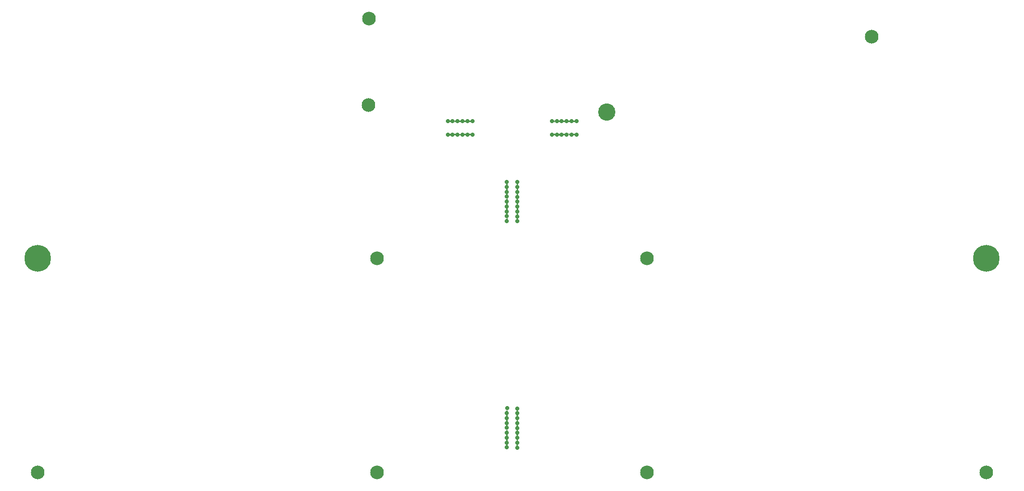
<source format=gts>
G04 #@! TF.GenerationSoftware,KiCad,Pcbnew,(5.1.9)-1*
G04 #@! TF.CreationDate,2021-01-26T21:32:47-05:00*
G04 #@! TF.ProjectId,reviung34-split-L-TOP,72657669-756e-4673-9334-2d73706c6974,2.0*
G04 #@! TF.SameCoordinates,PX2faf080PY2faf080*
G04 #@! TF.FileFunction,Soldermask,Top*
G04 #@! TF.FilePolarity,Negative*
%FSLAX46Y46*%
G04 Gerber Fmt 4.6, Leading zero omitted, Abs format (unit mm)*
G04 Created by KiCad (PCBNEW (5.1.9)-1) date 2021-01-26 21:32:47*
%MOMM*%
%LPD*%
G01*
G04 APERTURE LIST*
%ADD10C,2.902000*%
%ADD11C,2.302000*%
%ADD12C,0.702000*%
%ADD13C,4.502000*%
%ADD14C,0.100000*%
G04 APERTURE END LIST*
D10*
X117160000Y-16750000D03*
D11*
X77060000Y-15510000D03*
D12*
X92015000Y-20500000D03*
X92865000Y-20500000D03*
X93690000Y-20500000D03*
X94515000Y-20500000D03*
X91190000Y-20500000D03*
X90365000Y-20500000D03*
X92875000Y-18260000D03*
X92025000Y-18260000D03*
X91200000Y-18260000D03*
X90375000Y-18260000D03*
X93700000Y-18260000D03*
X94525000Y-18260000D03*
X109565000Y-20500000D03*
X110415000Y-20500000D03*
X111240000Y-20500000D03*
X112065000Y-20500000D03*
X108740000Y-20500000D03*
X107915000Y-20500000D03*
X110405000Y-18260000D03*
X109555000Y-18260000D03*
X108730000Y-18260000D03*
X107905000Y-18260000D03*
X111230000Y-18260000D03*
X112055000Y-18260000D03*
X102070000Y-73230000D03*
X102080000Y-66630000D03*
X102080000Y-72405000D03*
X102080000Y-69930000D03*
X102080000Y-69105000D03*
X102080000Y-68280000D03*
X102080000Y-67455000D03*
X102080000Y-70755000D03*
X102080000Y-71580000D03*
X100350000Y-66620000D03*
X100340000Y-73220000D03*
X100340000Y-67445000D03*
X100340000Y-69920000D03*
X100340000Y-70745000D03*
X100340000Y-71570000D03*
X100340000Y-72395000D03*
X100340000Y-69095000D03*
X100340000Y-68270000D03*
X102080000Y-35110000D03*
X102090000Y-28510000D03*
X102090000Y-34285000D03*
X102090000Y-31810000D03*
X102090000Y-30985000D03*
X102090000Y-30160000D03*
X102090000Y-29335000D03*
X102090000Y-32635000D03*
X102090000Y-33460000D03*
X100340000Y-28500000D03*
X100330000Y-35100000D03*
X100330000Y-29325000D03*
X100330000Y-31800000D03*
X100330000Y-32625000D03*
X100330000Y-33450000D03*
X100330000Y-34275000D03*
X100330000Y-30975000D03*
X100330000Y-30150000D03*
D11*
X77070000Y-960000D03*
X161810000Y-4050000D03*
X181100000Y-77430000D03*
X123950000Y-77430000D03*
X123950000Y-41330000D03*
X78470000Y-77430000D03*
X78470000Y-41330000D03*
X21320000Y-77430000D03*
D13*
X181110000Y-41330000D03*
X21320000Y-41330000D03*
D14*
G36*
X101915000Y-72712456D02*
G01*
X101915487Y-72712781D01*
X101978692Y-72738962D01*
X102045795Y-72752310D01*
X102114205Y-72752310D01*
X102181308Y-72738962D01*
X102241846Y-72713886D01*
X102243829Y-72714147D01*
X102244594Y-72715995D01*
X102243722Y-72717397D01*
X102242048Y-72718516D01*
X102223333Y-72733874D01*
X102208038Y-72752511D01*
X102196673Y-72773775D01*
X102189673Y-72796850D01*
X102187310Y-72820841D01*
X102189673Y-72844832D01*
X102196673Y-72867907D01*
X102208038Y-72889171D01*
X102223333Y-72907808D01*
X102237380Y-72919335D01*
X102238084Y-72921207D01*
X102236816Y-72922753D01*
X102235000Y-72922544D01*
X102234513Y-72922219D01*
X102171308Y-72896038D01*
X102104205Y-72882690D01*
X102035795Y-72882690D01*
X101968692Y-72896038D01*
X101908154Y-72921114D01*
X101906171Y-72920853D01*
X101905406Y-72919005D01*
X101906278Y-72917603D01*
X101907952Y-72916484D01*
X101926667Y-72901126D01*
X101941962Y-72882489D01*
X101953327Y-72861225D01*
X101960327Y-72838150D01*
X101962690Y-72814159D01*
X101960327Y-72790168D01*
X101953327Y-72767093D01*
X101941962Y-72745829D01*
X101926667Y-72727192D01*
X101912620Y-72715665D01*
X101911916Y-72713793D01*
X101913184Y-72712247D01*
X101915000Y-72712456D01*
G37*
G36*
X100176938Y-72703382D02*
G01*
X100238692Y-72728962D01*
X100305795Y-72742310D01*
X100374205Y-72742310D01*
X100441308Y-72728962D01*
X100503062Y-72703382D01*
X100505045Y-72703643D01*
X100505810Y-72705491D01*
X100505096Y-72706776D01*
X100488333Y-72720533D01*
X100473038Y-72739170D01*
X100461673Y-72760434D01*
X100454673Y-72783509D01*
X100452310Y-72807500D01*
X100454673Y-72831491D01*
X100461673Y-72854566D01*
X100473038Y-72875830D01*
X100488333Y-72894467D01*
X100505096Y-72908224D01*
X100505800Y-72910096D01*
X100504531Y-72911642D01*
X100503062Y-72911618D01*
X100441308Y-72886038D01*
X100374205Y-72872690D01*
X100305795Y-72872690D01*
X100238692Y-72886038D01*
X100176938Y-72911618D01*
X100174955Y-72911357D01*
X100174190Y-72909509D01*
X100174904Y-72908224D01*
X100191667Y-72894467D01*
X100206962Y-72875830D01*
X100218327Y-72854566D01*
X100225327Y-72831491D01*
X100227690Y-72807500D01*
X100225327Y-72783509D01*
X100218327Y-72760434D01*
X100206962Y-72739170D01*
X100191667Y-72720533D01*
X100174904Y-72706776D01*
X100174200Y-72704904D01*
X100175469Y-72703358D01*
X100176938Y-72703382D01*
G37*
G36*
X101916938Y-71888382D02*
G01*
X101978692Y-71913962D01*
X102045795Y-71927310D01*
X102114205Y-71927310D01*
X102181308Y-71913962D01*
X102243062Y-71888382D01*
X102245045Y-71888643D01*
X102245810Y-71890491D01*
X102245096Y-71891776D01*
X102228333Y-71905533D01*
X102213038Y-71924170D01*
X102201673Y-71945434D01*
X102194673Y-71968509D01*
X102192310Y-71992500D01*
X102194673Y-72016491D01*
X102201673Y-72039566D01*
X102213038Y-72060830D01*
X102228333Y-72079467D01*
X102245096Y-72093224D01*
X102245800Y-72095096D01*
X102244531Y-72096642D01*
X102243062Y-72096618D01*
X102181308Y-72071038D01*
X102114205Y-72057690D01*
X102045795Y-72057690D01*
X101978692Y-72071038D01*
X101916938Y-72096618D01*
X101914955Y-72096357D01*
X101914190Y-72094509D01*
X101914904Y-72093224D01*
X101931667Y-72079467D01*
X101946962Y-72060830D01*
X101958327Y-72039566D01*
X101965327Y-72016491D01*
X101967690Y-71992500D01*
X101965327Y-71968509D01*
X101958327Y-71945434D01*
X101946962Y-71924170D01*
X101931667Y-71905533D01*
X101914904Y-71891776D01*
X101914200Y-71889904D01*
X101915469Y-71888358D01*
X101916938Y-71888382D01*
G37*
G36*
X100176938Y-71878382D02*
G01*
X100238692Y-71903962D01*
X100305795Y-71917310D01*
X100374205Y-71917310D01*
X100441308Y-71903962D01*
X100503062Y-71878382D01*
X100505045Y-71878643D01*
X100505810Y-71880491D01*
X100505096Y-71881776D01*
X100488333Y-71895533D01*
X100473038Y-71914170D01*
X100461673Y-71935434D01*
X100454673Y-71958509D01*
X100452310Y-71982500D01*
X100454673Y-72006491D01*
X100461673Y-72029566D01*
X100473038Y-72050830D01*
X100488333Y-72069467D01*
X100505096Y-72083224D01*
X100505800Y-72085096D01*
X100504531Y-72086642D01*
X100503062Y-72086618D01*
X100441308Y-72061038D01*
X100374205Y-72047690D01*
X100305795Y-72047690D01*
X100238692Y-72061038D01*
X100176938Y-72086618D01*
X100174955Y-72086357D01*
X100174190Y-72084509D01*
X100174904Y-72083224D01*
X100191667Y-72069467D01*
X100206962Y-72050830D01*
X100218327Y-72029566D01*
X100225327Y-72006491D01*
X100227690Y-71982500D01*
X100225327Y-71958509D01*
X100218327Y-71935434D01*
X100206962Y-71914170D01*
X100191667Y-71895533D01*
X100174904Y-71881776D01*
X100174200Y-71879904D01*
X100175469Y-71878358D01*
X100176938Y-71878382D01*
G37*
G36*
X101916938Y-71063382D02*
G01*
X101978692Y-71088962D01*
X102045795Y-71102310D01*
X102114205Y-71102310D01*
X102181308Y-71088962D01*
X102243062Y-71063382D01*
X102245045Y-71063643D01*
X102245810Y-71065491D01*
X102245096Y-71066776D01*
X102228333Y-71080533D01*
X102213038Y-71099170D01*
X102201673Y-71120434D01*
X102194673Y-71143509D01*
X102192310Y-71167500D01*
X102194673Y-71191491D01*
X102201673Y-71214566D01*
X102213038Y-71235830D01*
X102228333Y-71254467D01*
X102245096Y-71268224D01*
X102245800Y-71270096D01*
X102244531Y-71271642D01*
X102243062Y-71271618D01*
X102181308Y-71246038D01*
X102114205Y-71232690D01*
X102045795Y-71232690D01*
X101978692Y-71246038D01*
X101916938Y-71271618D01*
X101914955Y-71271357D01*
X101914190Y-71269509D01*
X101914904Y-71268224D01*
X101931667Y-71254467D01*
X101946962Y-71235830D01*
X101958327Y-71214566D01*
X101965327Y-71191491D01*
X101967690Y-71167500D01*
X101965327Y-71143509D01*
X101958327Y-71120434D01*
X101946962Y-71099170D01*
X101931667Y-71080533D01*
X101914904Y-71066776D01*
X101914200Y-71064904D01*
X101915469Y-71063358D01*
X101916938Y-71063382D01*
G37*
G36*
X100176938Y-71053382D02*
G01*
X100238692Y-71078962D01*
X100305795Y-71092310D01*
X100374205Y-71092310D01*
X100441308Y-71078962D01*
X100503062Y-71053382D01*
X100505045Y-71053643D01*
X100505810Y-71055491D01*
X100505096Y-71056776D01*
X100488333Y-71070533D01*
X100473038Y-71089170D01*
X100461673Y-71110434D01*
X100454673Y-71133509D01*
X100452310Y-71157500D01*
X100454673Y-71181491D01*
X100461673Y-71204566D01*
X100473038Y-71225830D01*
X100488333Y-71244467D01*
X100505096Y-71258224D01*
X100505800Y-71260096D01*
X100504531Y-71261642D01*
X100503062Y-71261618D01*
X100441308Y-71236038D01*
X100374205Y-71222690D01*
X100305795Y-71222690D01*
X100238692Y-71236038D01*
X100176938Y-71261618D01*
X100174955Y-71261357D01*
X100174190Y-71259509D01*
X100174904Y-71258224D01*
X100191667Y-71244467D01*
X100206962Y-71225830D01*
X100218327Y-71204566D01*
X100225327Y-71181491D01*
X100227690Y-71157500D01*
X100225327Y-71133509D01*
X100218327Y-71110434D01*
X100206962Y-71089170D01*
X100191667Y-71070533D01*
X100174904Y-71056776D01*
X100174200Y-71054904D01*
X100175469Y-71053358D01*
X100176938Y-71053382D01*
G37*
G36*
X101916938Y-70238382D02*
G01*
X101978692Y-70263962D01*
X102045795Y-70277310D01*
X102114205Y-70277310D01*
X102181308Y-70263962D01*
X102243062Y-70238382D01*
X102245045Y-70238643D01*
X102245810Y-70240491D01*
X102245096Y-70241776D01*
X102228333Y-70255533D01*
X102213038Y-70274170D01*
X102201673Y-70295434D01*
X102194673Y-70318509D01*
X102192310Y-70342500D01*
X102194673Y-70366491D01*
X102201673Y-70389566D01*
X102213038Y-70410830D01*
X102228333Y-70429467D01*
X102245096Y-70443224D01*
X102245800Y-70445096D01*
X102244531Y-70446642D01*
X102243062Y-70446618D01*
X102181308Y-70421038D01*
X102114205Y-70407690D01*
X102045795Y-70407690D01*
X101978692Y-70421038D01*
X101916938Y-70446618D01*
X101914955Y-70446357D01*
X101914190Y-70444509D01*
X101914904Y-70443224D01*
X101931667Y-70429467D01*
X101946962Y-70410830D01*
X101958327Y-70389566D01*
X101965327Y-70366491D01*
X101967690Y-70342500D01*
X101965327Y-70318509D01*
X101958327Y-70295434D01*
X101946962Y-70274170D01*
X101931667Y-70255533D01*
X101914904Y-70241776D01*
X101914200Y-70239904D01*
X101915469Y-70238358D01*
X101916938Y-70238382D01*
G37*
G36*
X100176938Y-70228382D02*
G01*
X100238692Y-70253962D01*
X100305795Y-70267310D01*
X100374205Y-70267310D01*
X100441308Y-70253962D01*
X100503062Y-70228382D01*
X100505045Y-70228643D01*
X100505810Y-70230491D01*
X100505096Y-70231776D01*
X100488333Y-70245533D01*
X100473038Y-70264170D01*
X100461673Y-70285434D01*
X100454673Y-70308509D01*
X100452310Y-70332500D01*
X100454673Y-70356491D01*
X100461673Y-70379566D01*
X100473038Y-70400830D01*
X100488333Y-70419467D01*
X100505096Y-70433224D01*
X100505800Y-70435096D01*
X100504531Y-70436642D01*
X100503062Y-70436618D01*
X100441308Y-70411038D01*
X100374205Y-70397690D01*
X100305795Y-70397690D01*
X100238692Y-70411038D01*
X100176938Y-70436618D01*
X100174955Y-70436357D01*
X100174190Y-70434509D01*
X100174904Y-70433224D01*
X100191667Y-70419467D01*
X100206962Y-70400830D01*
X100218327Y-70379566D01*
X100225327Y-70356491D01*
X100227690Y-70332500D01*
X100225327Y-70308509D01*
X100218327Y-70285434D01*
X100206962Y-70264170D01*
X100191667Y-70245533D01*
X100174904Y-70231776D01*
X100174200Y-70229904D01*
X100175469Y-70228358D01*
X100176938Y-70228382D01*
G37*
G36*
X101916938Y-69413382D02*
G01*
X101978692Y-69438962D01*
X102045795Y-69452310D01*
X102114205Y-69452310D01*
X102181308Y-69438962D01*
X102243062Y-69413382D01*
X102245045Y-69413643D01*
X102245810Y-69415491D01*
X102245096Y-69416776D01*
X102228333Y-69430533D01*
X102213038Y-69449170D01*
X102201673Y-69470434D01*
X102194673Y-69493509D01*
X102192310Y-69517500D01*
X102194673Y-69541491D01*
X102201673Y-69564566D01*
X102213038Y-69585830D01*
X102228333Y-69604467D01*
X102245096Y-69618224D01*
X102245800Y-69620096D01*
X102244531Y-69621642D01*
X102243062Y-69621618D01*
X102181308Y-69596038D01*
X102114205Y-69582690D01*
X102045795Y-69582690D01*
X101978692Y-69596038D01*
X101916938Y-69621618D01*
X101914955Y-69621357D01*
X101914190Y-69619509D01*
X101914904Y-69618224D01*
X101931667Y-69604467D01*
X101946962Y-69585830D01*
X101958327Y-69564566D01*
X101965327Y-69541491D01*
X101967690Y-69517500D01*
X101965327Y-69493509D01*
X101958327Y-69470434D01*
X101946962Y-69449170D01*
X101931667Y-69430533D01*
X101914904Y-69416776D01*
X101914200Y-69414904D01*
X101915469Y-69413358D01*
X101916938Y-69413382D01*
G37*
G36*
X100176938Y-69403382D02*
G01*
X100238692Y-69428962D01*
X100305795Y-69442310D01*
X100374205Y-69442310D01*
X100441308Y-69428962D01*
X100503062Y-69403382D01*
X100505045Y-69403643D01*
X100505810Y-69405491D01*
X100505096Y-69406776D01*
X100488333Y-69420533D01*
X100473038Y-69439170D01*
X100461673Y-69460434D01*
X100454673Y-69483509D01*
X100452310Y-69507500D01*
X100454673Y-69531491D01*
X100461673Y-69554566D01*
X100473038Y-69575830D01*
X100488333Y-69594467D01*
X100505096Y-69608224D01*
X100505800Y-69610096D01*
X100504531Y-69611642D01*
X100503062Y-69611618D01*
X100441308Y-69586038D01*
X100374205Y-69572690D01*
X100305795Y-69572690D01*
X100238692Y-69586038D01*
X100176938Y-69611618D01*
X100174955Y-69611357D01*
X100174190Y-69609509D01*
X100174904Y-69608224D01*
X100191667Y-69594467D01*
X100206962Y-69575830D01*
X100218327Y-69554566D01*
X100225327Y-69531491D01*
X100227690Y-69507500D01*
X100225327Y-69483509D01*
X100218327Y-69460434D01*
X100206962Y-69439170D01*
X100191667Y-69420533D01*
X100174904Y-69406776D01*
X100174200Y-69404904D01*
X100175469Y-69403358D01*
X100176938Y-69403382D01*
G37*
G36*
X101916938Y-68588382D02*
G01*
X101978692Y-68613962D01*
X102045795Y-68627310D01*
X102114205Y-68627310D01*
X102181308Y-68613962D01*
X102243062Y-68588382D01*
X102245045Y-68588643D01*
X102245810Y-68590491D01*
X102245096Y-68591776D01*
X102228333Y-68605533D01*
X102213038Y-68624170D01*
X102201673Y-68645434D01*
X102194673Y-68668509D01*
X102192310Y-68692500D01*
X102194673Y-68716491D01*
X102201673Y-68739566D01*
X102213038Y-68760830D01*
X102228333Y-68779467D01*
X102245096Y-68793224D01*
X102245800Y-68795096D01*
X102244531Y-68796642D01*
X102243062Y-68796618D01*
X102181308Y-68771038D01*
X102114205Y-68757690D01*
X102045795Y-68757690D01*
X101978692Y-68771038D01*
X101916938Y-68796618D01*
X101914955Y-68796357D01*
X101914190Y-68794509D01*
X101914904Y-68793224D01*
X101931667Y-68779467D01*
X101946962Y-68760830D01*
X101958327Y-68739566D01*
X101965327Y-68716491D01*
X101967690Y-68692500D01*
X101965327Y-68668509D01*
X101958327Y-68645434D01*
X101946962Y-68624170D01*
X101931667Y-68605533D01*
X101914904Y-68591776D01*
X101914200Y-68589904D01*
X101915469Y-68588358D01*
X101916938Y-68588382D01*
G37*
G36*
X100176938Y-68578382D02*
G01*
X100238692Y-68603962D01*
X100305795Y-68617310D01*
X100374205Y-68617310D01*
X100441308Y-68603962D01*
X100503062Y-68578382D01*
X100505045Y-68578643D01*
X100505810Y-68580491D01*
X100505096Y-68581776D01*
X100488333Y-68595533D01*
X100473038Y-68614170D01*
X100461673Y-68635434D01*
X100454673Y-68658509D01*
X100452310Y-68682500D01*
X100454673Y-68706491D01*
X100461673Y-68729566D01*
X100473038Y-68750830D01*
X100488333Y-68769467D01*
X100505096Y-68783224D01*
X100505800Y-68785096D01*
X100504531Y-68786642D01*
X100503062Y-68786618D01*
X100441308Y-68761038D01*
X100374205Y-68747690D01*
X100305795Y-68747690D01*
X100238692Y-68761038D01*
X100176938Y-68786618D01*
X100174955Y-68786357D01*
X100174190Y-68784509D01*
X100174904Y-68783224D01*
X100191667Y-68769467D01*
X100206962Y-68750830D01*
X100218327Y-68729566D01*
X100225327Y-68706491D01*
X100227690Y-68682500D01*
X100225327Y-68658509D01*
X100218327Y-68635434D01*
X100206962Y-68614170D01*
X100191667Y-68595533D01*
X100174904Y-68581776D01*
X100174200Y-68579904D01*
X100175469Y-68578358D01*
X100176938Y-68578382D01*
G37*
G36*
X101916938Y-67763382D02*
G01*
X101978692Y-67788962D01*
X102045795Y-67802310D01*
X102114205Y-67802310D01*
X102181308Y-67788962D01*
X102243062Y-67763382D01*
X102245045Y-67763643D01*
X102245810Y-67765491D01*
X102245096Y-67766776D01*
X102228333Y-67780533D01*
X102213038Y-67799170D01*
X102201673Y-67820434D01*
X102194673Y-67843509D01*
X102192310Y-67867500D01*
X102194673Y-67891491D01*
X102201673Y-67914566D01*
X102213038Y-67935830D01*
X102228333Y-67954467D01*
X102245096Y-67968224D01*
X102245800Y-67970096D01*
X102244531Y-67971642D01*
X102243062Y-67971618D01*
X102181308Y-67946038D01*
X102114205Y-67932690D01*
X102045795Y-67932690D01*
X101978692Y-67946038D01*
X101916938Y-67971618D01*
X101914955Y-67971357D01*
X101914190Y-67969509D01*
X101914904Y-67968224D01*
X101931667Y-67954467D01*
X101946962Y-67935830D01*
X101958327Y-67914566D01*
X101965327Y-67891491D01*
X101967690Y-67867500D01*
X101965327Y-67843509D01*
X101958327Y-67820434D01*
X101946962Y-67799170D01*
X101931667Y-67780533D01*
X101914904Y-67766776D01*
X101914200Y-67764904D01*
X101915469Y-67763358D01*
X101916938Y-67763382D01*
G37*
G36*
X100176938Y-67753382D02*
G01*
X100238692Y-67778962D01*
X100305795Y-67792310D01*
X100374205Y-67792310D01*
X100441308Y-67778962D01*
X100503062Y-67753382D01*
X100505045Y-67753643D01*
X100505810Y-67755491D01*
X100505096Y-67756776D01*
X100488333Y-67770533D01*
X100473038Y-67789170D01*
X100461673Y-67810434D01*
X100454673Y-67833509D01*
X100452310Y-67857500D01*
X100454673Y-67881491D01*
X100461673Y-67904566D01*
X100473038Y-67925830D01*
X100488333Y-67944467D01*
X100505096Y-67958224D01*
X100505800Y-67960096D01*
X100504531Y-67961642D01*
X100503062Y-67961618D01*
X100441308Y-67936038D01*
X100374205Y-67922690D01*
X100305795Y-67922690D01*
X100238692Y-67936038D01*
X100176938Y-67961618D01*
X100174955Y-67961357D01*
X100174190Y-67959509D01*
X100174904Y-67958224D01*
X100191667Y-67944467D01*
X100206962Y-67925830D01*
X100218327Y-67904566D01*
X100225327Y-67881491D01*
X100227690Y-67857500D01*
X100225327Y-67833509D01*
X100218327Y-67810434D01*
X100206962Y-67789170D01*
X100191667Y-67770533D01*
X100174904Y-67756776D01*
X100174200Y-67754904D01*
X100175469Y-67753358D01*
X100176938Y-67753382D01*
G37*
G36*
X101916938Y-66938382D02*
G01*
X101978692Y-66963962D01*
X102045795Y-66977310D01*
X102114205Y-66977310D01*
X102181308Y-66963962D01*
X102243062Y-66938382D01*
X102245045Y-66938643D01*
X102245810Y-66940491D01*
X102245096Y-66941776D01*
X102228333Y-66955533D01*
X102213038Y-66974170D01*
X102201673Y-66995434D01*
X102194673Y-67018509D01*
X102192310Y-67042500D01*
X102194673Y-67066491D01*
X102201673Y-67089566D01*
X102213038Y-67110830D01*
X102228333Y-67129467D01*
X102245096Y-67143224D01*
X102245800Y-67145096D01*
X102244531Y-67146642D01*
X102243062Y-67146618D01*
X102181308Y-67121038D01*
X102114205Y-67107690D01*
X102045795Y-67107690D01*
X101978692Y-67121038D01*
X101916938Y-67146618D01*
X101914955Y-67146357D01*
X101914190Y-67144509D01*
X101914904Y-67143224D01*
X101931667Y-67129467D01*
X101946962Y-67110830D01*
X101958327Y-67089566D01*
X101965327Y-67066491D01*
X101967690Y-67042500D01*
X101965327Y-67018509D01*
X101958327Y-66995434D01*
X101946962Y-66974170D01*
X101931667Y-66955533D01*
X101914904Y-66941776D01*
X101914200Y-66939904D01*
X101915469Y-66938358D01*
X101916938Y-66938382D01*
G37*
G36*
X100185000Y-66927456D02*
G01*
X100185487Y-66927781D01*
X100248692Y-66953962D01*
X100315795Y-66967310D01*
X100384205Y-66967310D01*
X100451308Y-66953962D01*
X100511846Y-66928886D01*
X100513829Y-66929147D01*
X100514594Y-66930995D01*
X100513722Y-66932397D01*
X100512048Y-66933516D01*
X100493333Y-66948874D01*
X100478038Y-66967511D01*
X100466673Y-66988775D01*
X100459673Y-67011850D01*
X100457310Y-67035841D01*
X100459673Y-67059832D01*
X100466673Y-67082907D01*
X100478038Y-67104171D01*
X100493333Y-67122808D01*
X100507380Y-67134335D01*
X100508084Y-67136207D01*
X100506816Y-67137753D01*
X100505000Y-67137544D01*
X100504513Y-67137219D01*
X100441308Y-67111038D01*
X100374205Y-67097690D01*
X100305795Y-67097690D01*
X100238692Y-67111038D01*
X100178154Y-67136114D01*
X100176171Y-67135853D01*
X100175406Y-67134005D01*
X100176278Y-67132603D01*
X100177952Y-67131484D01*
X100196667Y-67116126D01*
X100211962Y-67097489D01*
X100223327Y-67076225D01*
X100230327Y-67053150D01*
X100232690Y-67029159D01*
X100230327Y-67005168D01*
X100223327Y-66982093D01*
X100211962Y-66960829D01*
X100196667Y-66942192D01*
X100182620Y-66930665D01*
X100181916Y-66928793D01*
X100183184Y-66927247D01*
X100185000Y-66927456D01*
G37*
G36*
X101925000Y-34592456D02*
G01*
X101925487Y-34592781D01*
X101988692Y-34618962D01*
X102055795Y-34632310D01*
X102124205Y-34632310D01*
X102191308Y-34618962D01*
X102251846Y-34593886D01*
X102253829Y-34594147D01*
X102254594Y-34595995D01*
X102253722Y-34597397D01*
X102252048Y-34598516D01*
X102233333Y-34613874D01*
X102218038Y-34632511D01*
X102206673Y-34653775D01*
X102199673Y-34676850D01*
X102197310Y-34700841D01*
X102199673Y-34724832D01*
X102206673Y-34747907D01*
X102218038Y-34769171D01*
X102233333Y-34787808D01*
X102247380Y-34799335D01*
X102248084Y-34801207D01*
X102246816Y-34802753D01*
X102245000Y-34802544D01*
X102244513Y-34802219D01*
X102181308Y-34776038D01*
X102114205Y-34762690D01*
X102045795Y-34762690D01*
X101978692Y-34776038D01*
X101918154Y-34801114D01*
X101916171Y-34800853D01*
X101915406Y-34799005D01*
X101916278Y-34797603D01*
X101917952Y-34796484D01*
X101936667Y-34781126D01*
X101951962Y-34762489D01*
X101963327Y-34741225D01*
X101970327Y-34718150D01*
X101972690Y-34694159D01*
X101970327Y-34670168D01*
X101963327Y-34647093D01*
X101951962Y-34625829D01*
X101936667Y-34607192D01*
X101922620Y-34595665D01*
X101921916Y-34593793D01*
X101923184Y-34592247D01*
X101925000Y-34592456D01*
G37*
G36*
X100166938Y-34583382D02*
G01*
X100228692Y-34608962D01*
X100295795Y-34622310D01*
X100364205Y-34622310D01*
X100431308Y-34608962D01*
X100493062Y-34583382D01*
X100495045Y-34583643D01*
X100495810Y-34585491D01*
X100495096Y-34586776D01*
X100478333Y-34600533D01*
X100463038Y-34619170D01*
X100451673Y-34640434D01*
X100444673Y-34663509D01*
X100442310Y-34687500D01*
X100444673Y-34711491D01*
X100451673Y-34734566D01*
X100463038Y-34755830D01*
X100478333Y-34774467D01*
X100495096Y-34788224D01*
X100495800Y-34790096D01*
X100494531Y-34791642D01*
X100493062Y-34791618D01*
X100431308Y-34766038D01*
X100364205Y-34752690D01*
X100295795Y-34752690D01*
X100228692Y-34766038D01*
X100166938Y-34791618D01*
X100164955Y-34791357D01*
X100164190Y-34789509D01*
X100164904Y-34788224D01*
X100181667Y-34774467D01*
X100196962Y-34755830D01*
X100208327Y-34734566D01*
X100215327Y-34711491D01*
X100217690Y-34687500D01*
X100215327Y-34663509D01*
X100208327Y-34640434D01*
X100196962Y-34619170D01*
X100181667Y-34600533D01*
X100164904Y-34586776D01*
X100164200Y-34584904D01*
X100165469Y-34583358D01*
X100166938Y-34583382D01*
G37*
G36*
X101926938Y-33768382D02*
G01*
X101988692Y-33793962D01*
X102055795Y-33807310D01*
X102124205Y-33807310D01*
X102191308Y-33793962D01*
X102253062Y-33768382D01*
X102255045Y-33768643D01*
X102255810Y-33770491D01*
X102255096Y-33771776D01*
X102238333Y-33785533D01*
X102223038Y-33804170D01*
X102211673Y-33825434D01*
X102204673Y-33848509D01*
X102202310Y-33872500D01*
X102204673Y-33896491D01*
X102211673Y-33919566D01*
X102223038Y-33940830D01*
X102238333Y-33959467D01*
X102255096Y-33973224D01*
X102255800Y-33975096D01*
X102254531Y-33976642D01*
X102253062Y-33976618D01*
X102191308Y-33951038D01*
X102124205Y-33937690D01*
X102055795Y-33937690D01*
X101988692Y-33951038D01*
X101926938Y-33976618D01*
X101924955Y-33976357D01*
X101924190Y-33974509D01*
X101924904Y-33973224D01*
X101941667Y-33959467D01*
X101956962Y-33940830D01*
X101968327Y-33919566D01*
X101975327Y-33896491D01*
X101977690Y-33872500D01*
X101975327Y-33848509D01*
X101968327Y-33825434D01*
X101956962Y-33804170D01*
X101941667Y-33785533D01*
X101924904Y-33771776D01*
X101924200Y-33769904D01*
X101925469Y-33768358D01*
X101926938Y-33768382D01*
G37*
G36*
X100166938Y-33758382D02*
G01*
X100228692Y-33783962D01*
X100295795Y-33797310D01*
X100364205Y-33797310D01*
X100431308Y-33783962D01*
X100493062Y-33758382D01*
X100495045Y-33758643D01*
X100495810Y-33760491D01*
X100495096Y-33761776D01*
X100478333Y-33775533D01*
X100463038Y-33794170D01*
X100451673Y-33815434D01*
X100444673Y-33838509D01*
X100442310Y-33862500D01*
X100444673Y-33886491D01*
X100451673Y-33909566D01*
X100463038Y-33930830D01*
X100478333Y-33949467D01*
X100495096Y-33963224D01*
X100495800Y-33965096D01*
X100494531Y-33966642D01*
X100493062Y-33966618D01*
X100431308Y-33941038D01*
X100364205Y-33927690D01*
X100295795Y-33927690D01*
X100228692Y-33941038D01*
X100166938Y-33966618D01*
X100164955Y-33966357D01*
X100164190Y-33964509D01*
X100164904Y-33963224D01*
X100181667Y-33949467D01*
X100196962Y-33930830D01*
X100208327Y-33909566D01*
X100215327Y-33886491D01*
X100217690Y-33862500D01*
X100215327Y-33838509D01*
X100208327Y-33815434D01*
X100196962Y-33794170D01*
X100181667Y-33775533D01*
X100164904Y-33761776D01*
X100164200Y-33759904D01*
X100165469Y-33758358D01*
X100166938Y-33758382D01*
G37*
G36*
X101926938Y-32943382D02*
G01*
X101988692Y-32968962D01*
X102055795Y-32982310D01*
X102124205Y-32982310D01*
X102191308Y-32968962D01*
X102253062Y-32943382D01*
X102255045Y-32943643D01*
X102255810Y-32945491D01*
X102255096Y-32946776D01*
X102238333Y-32960533D01*
X102223038Y-32979170D01*
X102211673Y-33000434D01*
X102204673Y-33023509D01*
X102202310Y-33047500D01*
X102204673Y-33071491D01*
X102211673Y-33094566D01*
X102223038Y-33115830D01*
X102238333Y-33134467D01*
X102255096Y-33148224D01*
X102255800Y-33150096D01*
X102254531Y-33151642D01*
X102253062Y-33151618D01*
X102191308Y-33126038D01*
X102124205Y-33112690D01*
X102055795Y-33112690D01*
X101988692Y-33126038D01*
X101926938Y-33151618D01*
X101924955Y-33151357D01*
X101924190Y-33149509D01*
X101924904Y-33148224D01*
X101941667Y-33134467D01*
X101956962Y-33115830D01*
X101968327Y-33094566D01*
X101975327Y-33071491D01*
X101977690Y-33047500D01*
X101975327Y-33023509D01*
X101968327Y-33000434D01*
X101956962Y-32979170D01*
X101941667Y-32960533D01*
X101924904Y-32946776D01*
X101924200Y-32944904D01*
X101925469Y-32943358D01*
X101926938Y-32943382D01*
G37*
G36*
X100166938Y-32933382D02*
G01*
X100228692Y-32958962D01*
X100295795Y-32972310D01*
X100364205Y-32972310D01*
X100431308Y-32958962D01*
X100493062Y-32933382D01*
X100495045Y-32933643D01*
X100495810Y-32935491D01*
X100495096Y-32936776D01*
X100478333Y-32950533D01*
X100463038Y-32969170D01*
X100451673Y-32990434D01*
X100444673Y-33013509D01*
X100442310Y-33037500D01*
X100444673Y-33061491D01*
X100451673Y-33084566D01*
X100463038Y-33105830D01*
X100478333Y-33124467D01*
X100495096Y-33138224D01*
X100495800Y-33140096D01*
X100494531Y-33141642D01*
X100493062Y-33141618D01*
X100431308Y-33116038D01*
X100364205Y-33102690D01*
X100295795Y-33102690D01*
X100228692Y-33116038D01*
X100166938Y-33141618D01*
X100164955Y-33141357D01*
X100164190Y-33139509D01*
X100164904Y-33138224D01*
X100181667Y-33124467D01*
X100196962Y-33105830D01*
X100208327Y-33084566D01*
X100215327Y-33061491D01*
X100217690Y-33037500D01*
X100215327Y-33013509D01*
X100208327Y-32990434D01*
X100196962Y-32969170D01*
X100181667Y-32950533D01*
X100164904Y-32936776D01*
X100164200Y-32934904D01*
X100165469Y-32933358D01*
X100166938Y-32933382D01*
G37*
G36*
X101926938Y-32118382D02*
G01*
X101988692Y-32143962D01*
X102055795Y-32157310D01*
X102124205Y-32157310D01*
X102191308Y-32143962D01*
X102253062Y-32118382D01*
X102255045Y-32118643D01*
X102255810Y-32120491D01*
X102255096Y-32121776D01*
X102238333Y-32135533D01*
X102223038Y-32154170D01*
X102211673Y-32175434D01*
X102204673Y-32198509D01*
X102202310Y-32222500D01*
X102204673Y-32246491D01*
X102211673Y-32269566D01*
X102223038Y-32290830D01*
X102238333Y-32309467D01*
X102255096Y-32323224D01*
X102255800Y-32325096D01*
X102254531Y-32326642D01*
X102253062Y-32326618D01*
X102191308Y-32301038D01*
X102124205Y-32287690D01*
X102055795Y-32287690D01*
X101988692Y-32301038D01*
X101926938Y-32326618D01*
X101924955Y-32326357D01*
X101924190Y-32324509D01*
X101924904Y-32323224D01*
X101941667Y-32309467D01*
X101956962Y-32290830D01*
X101968327Y-32269566D01*
X101975327Y-32246491D01*
X101977690Y-32222500D01*
X101975327Y-32198509D01*
X101968327Y-32175434D01*
X101956962Y-32154170D01*
X101941667Y-32135533D01*
X101924904Y-32121776D01*
X101924200Y-32119904D01*
X101925469Y-32118358D01*
X101926938Y-32118382D01*
G37*
G36*
X100166938Y-32108382D02*
G01*
X100228692Y-32133962D01*
X100295795Y-32147310D01*
X100364205Y-32147310D01*
X100431308Y-32133962D01*
X100493062Y-32108382D01*
X100495045Y-32108643D01*
X100495810Y-32110491D01*
X100495096Y-32111776D01*
X100478333Y-32125533D01*
X100463038Y-32144170D01*
X100451673Y-32165434D01*
X100444673Y-32188509D01*
X100442310Y-32212500D01*
X100444673Y-32236491D01*
X100451673Y-32259566D01*
X100463038Y-32280830D01*
X100478333Y-32299467D01*
X100495096Y-32313224D01*
X100495800Y-32315096D01*
X100494531Y-32316642D01*
X100493062Y-32316618D01*
X100431308Y-32291038D01*
X100364205Y-32277690D01*
X100295795Y-32277690D01*
X100228692Y-32291038D01*
X100166938Y-32316618D01*
X100164955Y-32316357D01*
X100164190Y-32314509D01*
X100164904Y-32313224D01*
X100181667Y-32299467D01*
X100196962Y-32280830D01*
X100208327Y-32259566D01*
X100215327Y-32236491D01*
X100217690Y-32212500D01*
X100215327Y-32188509D01*
X100208327Y-32165434D01*
X100196962Y-32144170D01*
X100181667Y-32125533D01*
X100164904Y-32111776D01*
X100164200Y-32109904D01*
X100165469Y-32108358D01*
X100166938Y-32108382D01*
G37*
G36*
X101926938Y-31293382D02*
G01*
X101988692Y-31318962D01*
X102055795Y-31332310D01*
X102124205Y-31332310D01*
X102191308Y-31318962D01*
X102253062Y-31293382D01*
X102255045Y-31293643D01*
X102255810Y-31295491D01*
X102255096Y-31296776D01*
X102238333Y-31310533D01*
X102223038Y-31329170D01*
X102211673Y-31350434D01*
X102204673Y-31373509D01*
X102202310Y-31397500D01*
X102204673Y-31421491D01*
X102211673Y-31444566D01*
X102223038Y-31465830D01*
X102238333Y-31484467D01*
X102255096Y-31498224D01*
X102255800Y-31500096D01*
X102254531Y-31501642D01*
X102253062Y-31501618D01*
X102191308Y-31476038D01*
X102124205Y-31462690D01*
X102055795Y-31462690D01*
X101988692Y-31476038D01*
X101926938Y-31501618D01*
X101924955Y-31501357D01*
X101924190Y-31499509D01*
X101924904Y-31498224D01*
X101941667Y-31484467D01*
X101956962Y-31465830D01*
X101968327Y-31444566D01*
X101975327Y-31421491D01*
X101977690Y-31397500D01*
X101975327Y-31373509D01*
X101968327Y-31350434D01*
X101956962Y-31329170D01*
X101941667Y-31310533D01*
X101924904Y-31296776D01*
X101924200Y-31294904D01*
X101925469Y-31293358D01*
X101926938Y-31293382D01*
G37*
G36*
X100166938Y-31283382D02*
G01*
X100228692Y-31308962D01*
X100295795Y-31322310D01*
X100364205Y-31322310D01*
X100431308Y-31308962D01*
X100493062Y-31283382D01*
X100495045Y-31283643D01*
X100495810Y-31285491D01*
X100495096Y-31286776D01*
X100478333Y-31300533D01*
X100463038Y-31319170D01*
X100451673Y-31340434D01*
X100444673Y-31363509D01*
X100442310Y-31387500D01*
X100444673Y-31411491D01*
X100451673Y-31434566D01*
X100463038Y-31455830D01*
X100478333Y-31474467D01*
X100495096Y-31488224D01*
X100495800Y-31490096D01*
X100494531Y-31491642D01*
X100493062Y-31491618D01*
X100431308Y-31466038D01*
X100364205Y-31452690D01*
X100295795Y-31452690D01*
X100228692Y-31466038D01*
X100166938Y-31491618D01*
X100164955Y-31491357D01*
X100164190Y-31489509D01*
X100164904Y-31488224D01*
X100181667Y-31474467D01*
X100196962Y-31455830D01*
X100208327Y-31434566D01*
X100215327Y-31411491D01*
X100217690Y-31387500D01*
X100215327Y-31363509D01*
X100208327Y-31340434D01*
X100196962Y-31319170D01*
X100181667Y-31300533D01*
X100164904Y-31286776D01*
X100164200Y-31284904D01*
X100165469Y-31283358D01*
X100166938Y-31283382D01*
G37*
G36*
X101926938Y-30468382D02*
G01*
X101988692Y-30493962D01*
X102055795Y-30507310D01*
X102124205Y-30507310D01*
X102191308Y-30493962D01*
X102253062Y-30468382D01*
X102255045Y-30468643D01*
X102255810Y-30470491D01*
X102255096Y-30471776D01*
X102238333Y-30485533D01*
X102223038Y-30504170D01*
X102211673Y-30525434D01*
X102204673Y-30548509D01*
X102202310Y-30572500D01*
X102204673Y-30596491D01*
X102211673Y-30619566D01*
X102223038Y-30640830D01*
X102238333Y-30659467D01*
X102255096Y-30673224D01*
X102255800Y-30675096D01*
X102254531Y-30676642D01*
X102253062Y-30676618D01*
X102191308Y-30651038D01*
X102124205Y-30637690D01*
X102055795Y-30637690D01*
X101988692Y-30651038D01*
X101926938Y-30676618D01*
X101924955Y-30676357D01*
X101924190Y-30674509D01*
X101924904Y-30673224D01*
X101941667Y-30659467D01*
X101956962Y-30640830D01*
X101968327Y-30619566D01*
X101975327Y-30596491D01*
X101977690Y-30572500D01*
X101975327Y-30548509D01*
X101968327Y-30525434D01*
X101956962Y-30504170D01*
X101941667Y-30485533D01*
X101924904Y-30471776D01*
X101924200Y-30469904D01*
X101925469Y-30468358D01*
X101926938Y-30468382D01*
G37*
G36*
X100166938Y-30458382D02*
G01*
X100228692Y-30483962D01*
X100295795Y-30497310D01*
X100364205Y-30497310D01*
X100431308Y-30483962D01*
X100493062Y-30458382D01*
X100495045Y-30458643D01*
X100495810Y-30460491D01*
X100495096Y-30461776D01*
X100478333Y-30475533D01*
X100463038Y-30494170D01*
X100451673Y-30515434D01*
X100444673Y-30538509D01*
X100442310Y-30562500D01*
X100444673Y-30586491D01*
X100451673Y-30609566D01*
X100463038Y-30630830D01*
X100478333Y-30649467D01*
X100495096Y-30663224D01*
X100495800Y-30665096D01*
X100494531Y-30666642D01*
X100493062Y-30666618D01*
X100431308Y-30641038D01*
X100364205Y-30627690D01*
X100295795Y-30627690D01*
X100228692Y-30641038D01*
X100166938Y-30666618D01*
X100164955Y-30666357D01*
X100164190Y-30664509D01*
X100164904Y-30663224D01*
X100181667Y-30649467D01*
X100196962Y-30630830D01*
X100208327Y-30609566D01*
X100215327Y-30586491D01*
X100217690Y-30562500D01*
X100215327Y-30538509D01*
X100208327Y-30515434D01*
X100196962Y-30494170D01*
X100181667Y-30475533D01*
X100164904Y-30461776D01*
X100164200Y-30459904D01*
X100165469Y-30458358D01*
X100166938Y-30458382D01*
G37*
G36*
X101926938Y-29643382D02*
G01*
X101988692Y-29668962D01*
X102055795Y-29682310D01*
X102124205Y-29682310D01*
X102191308Y-29668962D01*
X102253062Y-29643382D01*
X102255045Y-29643643D01*
X102255810Y-29645491D01*
X102255096Y-29646776D01*
X102238333Y-29660533D01*
X102223038Y-29679170D01*
X102211673Y-29700434D01*
X102204673Y-29723509D01*
X102202310Y-29747500D01*
X102204673Y-29771491D01*
X102211673Y-29794566D01*
X102223038Y-29815830D01*
X102238333Y-29834467D01*
X102255096Y-29848224D01*
X102255800Y-29850096D01*
X102254531Y-29851642D01*
X102253062Y-29851618D01*
X102191308Y-29826038D01*
X102124205Y-29812690D01*
X102055795Y-29812690D01*
X101988692Y-29826038D01*
X101926938Y-29851618D01*
X101924955Y-29851357D01*
X101924190Y-29849509D01*
X101924904Y-29848224D01*
X101941667Y-29834467D01*
X101956962Y-29815830D01*
X101968327Y-29794566D01*
X101975327Y-29771491D01*
X101977690Y-29747500D01*
X101975327Y-29723509D01*
X101968327Y-29700434D01*
X101956962Y-29679170D01*
X101941667Y-29660533D01*
X101924904Y-29646776D01*
X101924200Y-29644904D01*
X101925469Y-29643358D01*
X101926938Y-29643382D01*
G37*
G36*
X100166938Y-29633382D02*
G01*
X100228692Y-29658962D01*
X100295795Y-29672310D01*
X100364205Y-29672310D01*
X100431308Y-29658962D01*
X100493062Y-29633382D01*
X100495045Y-29633643D01*
X100495810Y-29635491D01*
X100495096Y-29636776D01*
X100478333Y-29650533D01*
X100463038Y-29669170D01*
X100451673Y-29690434D01*
X100444673Y-29713509D01*
X100442310Y-29737500D01*
X100444673Y-29761491D01*
X100451673Y-29784566D01*
X100463038Y-29805830D01*
X100478333Y-29824467D01*
X100495096Y-29838224D01*
X100495800Y-29840096D01*
X100494531Y-29841642D01*
X100493062Y-29841618D01*
X100431308Y-29816038D01*
X100364205Y-29802690D01*
X100295795Y-29802690D01*
X100228692Y-29816038D01*
X100166938Y-29841618D01*
X100164955Y-29841357D01*
X100164190Y-29839509D01*
X100164904Y-29838224D01*
X100181667Y-29824467D01*
X100196962Y-29805830D01*
X100208327Y-29784566D01*
X100215327Y-29761491D01*
X100217690Y-29737500D01*
X100215327Y-29713509D01*
X100208327Y-29690434D01*
X100196962Y-29669170D01*
X100181667Y-29650533D01*
X100164904Y-29636776D01*
X100164200Y-29634904D01*
X100165469Y-29633358D01*
X100166938Y-29633382D01*
G37*
G36*
X101926938Y-28818382D02*
G01*
X101988692Y-28843962D01*
X102055795Y-28857310D01*
X102124205Y-28857310D01*
X102191308Y-28843962D01*
X102253062Y-28818382D01*
X102255045Y-28818643D01*
X102255810Y-28820491D01*
X102255096Y-28821776D01*
X102238333Y-28835533D01*
X102223038Y-28854170D01*
X102211673Y-28875434D01*
X102204673Y-28898509D01*
X102202310Y-28922500D01*
X102204673Y-28946491D01*
X102211673Y-28969566D01*
X102223038Y-28990830D01*
X102238333Y-29009467D01*
X102255096Y-29023224D01*
X102255800Y-29025096D01*
X102254531Y-29026642D01*
X102253062Y-29026618D01*
X102191308Y-29001038D01*
X102124205Y-28987690D01*
X102055795Y-28987690D01*
X101988692Y-29001038D01*
X101926938Y-29026618D01*
X101924955Y-29026357D01*
X101924190Y-29024509D01*
X101924904Y-29023224D01*
X101941667Y-29009467D01*
X101956962Y-28990830D01*
X101968327Y-28969566D01*
X101975327Y-28946491D01*
X101977690Y-28922500D01*
X101975327Y-28898509D01*
X101968327Y-28875434D01*
X101956962Y-28854170D01*
X101941667Y-28835533D01*
X101924904Y-28821776D01*
X101924200Y-28819904D01*
X101925469Y-28818358D01*
X101926938Y-28818382D01*
G37*
G36*
X100175000Y-28807456D02*
G01*
X100175487Y-28807781D01*
X100238692Y-28833962D01*
X100305795Y-28847310D01*
X100374205Y-28847310D01*
X100441308Y-28833962D01*
X100501846Y-28808886D01*
X100503829Y-28809147D01*
X100504594Y-28810995D01*
X100503722Y-28812397D01*
X100502048Y-28813516D01*
X100483333Y-28828874D01*
X100468038Y-28847511D01*
X100456673Y-28868775D01*
X100449673Y-28891850D01*
X100447310Y-28915841D01*
X100449673Y-28939832D01*
X100456673Y-28962907D01*
X100468038Y-28984171D01*
X100483333Y-29002808D01*
X100497380Y-29014335D01*
X100498084Y-29016207D01*
X100496816Y-29017753D01*
X100495000Y-29017544D01*
X100494513Y-29017219D01*
X100431308Y-28991038D01*
X100364205Y-28977690D01*
X100295795Y-28977690D01*
X100228692Y-28991038D01*
X100168154Y-29016114D01*
X100166171Y-29015853D01*
X100165406Y-29014005D01*
X100166278Y-29012603D01*
X100167952Y-29011484D01*
X100186667Y-28996126D01*
X100201962Y-28977489D01*
X100213327Y-28956225D01*
X100220327Y-28933150D01*
X100222690Y-28909159D01*
X100220327Y-28885168D01*
X100213327Y-28862093D01*
X100201962Y-28840829D01*
X100186667Y-28822192D01*
X100172620Y-28810665D01*
X100171916Y-28808793D01*
X100173184Y-28807247D01*
X100175000Y-28807456D01*
G37*
G36*
X94001776Y-20334904D02*
G01*
X94015533Y-20351667D01*
X94034170Y-20366962D01*
X94055434Y-20378327D01*
X94078509Y-20385327D01*
X94102500Y-20387690D01*
X94126491Y-20385327D01*
X94149566Y-20378327D01*
X94170830Y-20366962D01*
X94189467Y-20351667D01*
X94203224Y-20334904D01*
X94205096Y-20334200D01*
X94206642Y-20335469D01*
X94206618Y-20336938D01*
X94181038Y-20398692D01*
X94167690Y-20465795D01*
X94167690Y-20534205D01*
X94181038Y-20601308D01*
X94206618Y-20663062D01*
X94206357Y-20665045D01*
X94204509Y-20665810D01*
X94203224Y-20665096D01*
X94189467Y-20648333D01*
X94170830Y-20633038D01*
X94149566Y-20621673D01*
X94126491Y-20614673D01*
X94102500Y-20612310D01*
X94078509Y-20614673D01*
X94055434Y-20621673D01*
X94034170Y-20633038D01*
X94015533Y-20648333D01*
X94001776Y-20665096D01*
X93999904Y-20665800D01*
X93998358Y-20664531D01*
X93998382Y-20663062D01*
X94023962Y-20601308D01*
X94037310Y-20534205D01*
X94037310Y-20465795D01*
X94023962Y-20398692D01*
X93998382Y-20336938D01*
X93998643Y-20334955D01*
X94000491Y-20334190D01*
X94001776Y-20334904D01*
G37*
G36*
X91501776Y-20334904D02*
G01*
X91515533Y-20351667D01*
X91534170Y-20366962D01*
X91555434Y-20378327D01*
X91578509Y-20385327D01*
X91602500Y-20387690D01*
X91626491Y-20385327D01*
X91649566Y-20378327D01*
X91670830Y-20366962D01*
X91689467Y-20351667D01*
X91703224Y-20334904D01*
X91705096Y-20334200D01*
X91706642Y-20335469D01*
X91706618Y-20336938D01*
X91681038Y-20398692D01*
X91667690Y-20465795D01*
X91667690Y-20534205D01*
X91681038Y-20601308D01*
X91706618Y-20663062D01*
X91706357Y-20665045D01*
X91704509Y-20665810D01*
X91703224Y-20665096D01*
X91689467Y-20648333D01*
X91670830Y-20633038D01*
X91649566Y-20621673D01*
X91626491Y-20614673D01*
X91602500Y-20612310D01*
X91578509Y-20614673D01*
X91555434Y-20621673D01*
X91534170Y-20633038D01*
X91515533Y-20648333D01*
X91501776Y-20665096D01*
X91499904Y-20665800D01*
X91498358Y-20664531D01*
X91498382Y-20663062D01*
X91523962Y-20601308D01*
X91537310Y-20534205D01*
X91537310Y-20465795D01*
X91523962Y-20398692D01*
X91498382Y-20336938D01*
X91498643Y-20334955D01*
X91500491Y-20334190D01*
X91501776Y-20334904D01*
G37*
G36*
X93176776Y-20334904D02*
G01*
X93190533Y-20351667D01*
X93209170Y-20366962D01*
X93230434Y-20378327D01*
X93253509Y-20385327D01*
X93277500Y-20387690D01*
X93301491Y-20385327D01*
X93324566Y-20378327D01*
X93345830Y-20366962D01*
X93364467Y-20351667D01*
X93378224Y-20334904D01*
X93380096Y-20334200D01*
X93381642Y-20335469D01*
X93381618Y-20336938D01*
X93356038Y-20398692D01*
X93342690Y-20465795D01*
X93342690Y-20534205D01*
X93356038Y-20601308D01*
X93381618Y-20663062D01*
X93381357Y-20665045D01*
X93379509Y-20665810D01*
X93378224Y-20665096D01*
X93364467Y-20648333D01*
X93345830Y-20633038D01*
X93324566Y-20621673D01*
X93301491Y-20614673D01*
X93277500Y-20612310D01*
X93253509Y-20614673D01*
X93230434Y-20621673D01*
X93209170Y-20633038D01*
X93190533Y-20648333D01*
X93176776Y-20665096D01*
X93174904Y-20665800D01*
X93173358Y-20664531D01*
X93173382Y-20663062D01*
X93198962Y-20601308D01*
X93212310Y-20534205D01*
X93212310Y-20465795D01*
X93198962Y-20398692D01*
X93173382Y-20336938D01*
X93173643Y-20334955D01*
X93175491Y-20334190D01*
X93176776Y-20334904D01*
G37*
G36*
X90676776Y-20334904D02*
G01*
X90690533Y-20351667D01*
X90709170Y-20366962D01*
X90730434Y-20378327D01*
X90753509Y-20385327D01*
X90777500Y-20387690D01*
X90801491Y-20385327D01*
X90824566Y-20378327D01*
X90845830Y-20366962D01*
X90864467Y-20351667D01*
X90878224Y-20334904D01*
X90880096Y-20334200D01*
X90881642Y-20335469D01*
X90881618Y-20336938D01*
X90856038Y-20398692D01*
X90842690Y-20465795D01*
X90842690Y-20534205D01*
X90856038Y-20601308D01*
X90881618Y-20663062D01*
X90881357Y-20665045D01*
X90879509Y-20665810D01*
X90878224Y-20665096D01*
X90864467Y-20648333D01*
X90845830Y-20633038D01*
X90824566Y-20621673D01*
X90801491Y-20614673D01*
X90777500Y-20612310D01*
X90753509Y-20614673D01*
X90730434Y-20621673D01*
X90709170Y-20633038D01*
X90690533Y-20648333D01*
X90676776Y-20665096D01*
X90674904Y-20665800D01*
X90673358Y-20664531D01*
X90673382Y-20663062D01*
X90698962Y-20601308D01*
X90712310Y-20534205D01*
X90712310Y-20465795D01*
X90698962Y-20398692D01*
X90673382Y-20336938D01*
X90673643Y-20334955D01*
X90675491Y-20334190D01*
X90676776Y-20334904D01*
G37*
G36*
X111551776Y-20334904D02*
G01*
X111565533Y-20351667D01*
X111584170Y-20366962D01*
X111605434Y-20378327D01*
X111628509Y-20385327D01*
X111652500Y-20387690D01*
X111676491Y-20385327D01*
X111699566Y-20378327D01*
X111720830Y-20366962D01*
X111739467Y-20351667D01*
X111753224Y-20334904D01*
X111755096Y-20334200D01*
X111756642Y-20335469D01*
X111756618Y-20336938D01*
X111731038Y-20398692D01*
X111717690Y-20465795D01*
X111717690Y-20534205D01*
X111731038Y-20601308D01*
X111756618Y-20663062D01*
X111756357Y-20665045D01*
X111754509Y-20665810D01*
X111753224Y-20665096D01*
X111739467Y-20648333D01*
X111720830Y-20633038D01*
X111699566Y-20621673D01*
X111676491Y-20614673D01*
X111652500Y-20612310D01*
X111628509Y-20614673D01*
X111605434Y-20621673D01*
X111584170Y-20633038D01*
X111565533Y-20648333D01*
X111551776Y-20665096D01*
X111549904Y-20665800D01*
X111548358Y-20664531D01*
X111548382Y-20663062D01*
X111573962Y-20601308D01*
X111587310Y-20534205D01*
X111587310Y-20465795D01*
X111573962Y-20398692D01*
X111548382Y-20336938D01*
X111548643Y-20334955D01*
X111550491Y-20334190D01*
X111551776Y-20334904D01*
G37*
G36*
X109051776Y-20334904D02*
G01*
X109065533Y-20351667D01*
X109084170Y-20366962D01*
X109105434Y-20378327D01*
X109128509Y-20385327D01*
X109152500Y-20387690D01*
X109176491Y-20385327D01*
X109199566Y-20378327D01*
X109220830Y-20366962D01*
X109239467Y-20351667D01*
X109253224Y-20334904D01*
X109255096Y-20334200D01*
X109256642Y-20335469D01*
X109256618Y-20336938D01*
X109231038Y-20398692D01*
X109217690Y-20465795D01*
X109217690Y-20534205D01*
X109231038Y-20601308D01*
X109256618Y-20663062D01*
X109256357Y-20665045D01*
X109254509Y-20665810D01*
X109253224Y-20665096D01*
X109239467Y-20648333D01*
X109220830Y-20633038D01*
X109199566Y-20621673D01*
X109176491Y-20614673D01*
X109152500Y-20612310D01*
X109128509Y-20614673D01*
X109105434Y-20621673D01*
X109084170Y-20633038D01*
X109065533Y-20648333D01*
X109051776Y-20665096D01*
X109049904Y-20665800D01*
X109048358Y-20664531D01*
X109048382Y-20663062D01*
X109073962Y-20601308D01*
X109087310Y-20534205D01*
X109087310Y-20465795D01*
X109073962Y-20398692D01*
X109048382Y-20336938D01*
X109048643Y-20334955D01*
X109050491Y-20334190D01*
X109051776Y-20334904D01*
G37*
G36*
X110726776Y-20334904D02*
G01*
X110740533Y-20351667D01*
X110759170Y-20366962D01*
X110780434Y-20378327D01*
X110803509Y-20385327D01*
X110827500Y-20387690D01*
X110851491Y-20385327D01*
X110874566Y-20378327D01*
X110895830Y-20366962D01*
X110914467Y-20351667D01*
X110928224Y-20334904D01*
X110930096Y-20334200D01*
X110931642Y-20335469D01*
X110931618Y-20336938D01*
X110906038Y-20398692D01*
X110892690Y-20465795D01*
X110892690Y-20534205D01*
X110906038Y-20601308D01*
X110931618Y-20663062D01*
X110931357Y-20665045D01*
X110929509Y-20665810D01*
X110928224Y-20665096D01*
X110914467Y-20648333D01*
X110895830Y-20633038D01*
X110874566Y-20621673D01*
X110851491Y-20614673D01*
X110827500Y-20612310D01*
X110803509Y-20614673D01*
X110780434Y-20621673D01*
X110759170Y-20633038D01*
X110740533Y-20648333D01*
X110726776Y-20665096D01*
X110724904Y-20665800D01*
X110723358Y-20664531D01*
X110723382Y-20663062D01*
X110748962Y-20601308D01*
X110762310Y-20534205D01*
X110762310Y-20465795D01*
X110748962Y-20398692D01*
X110723382Y-20336938D01*
X110723643Y-20334955D01*
X110725491Y-20334190D01*
X110726776Y-20334904D01*
G37*
G36*
X108226776Y-20334904D02*
G01*
X108240533Y-20351667D01*
X108259170Y-20366962D01*
X108280434Y-20378327D01*
X108303509Y-20385327D01*
X108327500Y-20387690D01*
X108351491Y-20385327D01*
X108374566Y-20378327D01*
X108395830Y-20366962D01*
X108414467Y-20351667D01*
X108428224Y-20334904D01*
X108430096Y-20334200D01*
X108431642Y-20335469D01*
X108431618Y-20336938D01*
X108406038Y-20398692D01*
X108392690Y-20465795D01*
X108392690Y-20534205D01*
X108406038Y-20601308D01*
X108431618Y-20663062D01*
X108431357Y-20665045D01*
X108429509Y-20665810D01*
X108428224Y-20665096D01*
X108414467Y-20648333D01*
X108395830Y-20633038D01*
X108374566Y-20621673D01*
X108351491Y-20614673D01*
X108327500Y-20612310D01*
X108303509Y-20614673D01*
X108280434Y-20621673D01*
X108259170Y-20633038D01*
X108240533Y-20648333D01*
X108226776Y-20665096D01*
X108224904Y-20665800D01*
X108223358Y-20664531D01*
X108223382Y-20663062D01*
X108248962Y-20601308D01*
X108262310Y-20534205D01*
X108262310Y-20465795D01*
X108248962Y-20398692D01*
X108223382Y-20336938D01*
X108223643Y-20334955D01*
X108225491Y-20334190D01*
X108226776Y-20334904D01*
G37*
G36*
X92554291Y-20340371D02*
G01*
X92554441Y-20342192D01*
X92531038Y-20398692D01*
X92517690Y-20465795D01*
X92517690Y-20534205D01*
X92531038Y-20601308D01*
X92554441Y-20657808D01*
X92554180Y-20659791D01*
X92552332Y-20660556D01*
X92550829Y-20659516D01*
X92542261Y-20643485D01*
X92526966Y-20624848D01*
X92508329Y-20609553D01*
X92487064Y-20598187D01*
X92463991Y-20591190D01*
X92439999Y-20588826D01*
X92416008Y-20591189D01*
X92392933Y-20598190D01*
X92371669Y-20609555D01*
X92353032Y-20624850D01*
X92337738Y-20643487D01*
X92329171Y-20659516D01*
X92327473Y-20660572D01*
X92325709Y-20659629D01*
X92325559Y-20657808D01*
X92348962Y-20601308D01*
X92362310Y-20534205D01*
X92362310Y-20465795D01*
X92348962Y-20398692D01*
X92325559Y-20342192D01*
X92325820Y-20340209D01*
X92327668Y-20339444D01*
X92329171Y-20340484D01*
X92337739Y-20356515D01*
X92353034Y-20375152D01*
X92371671Y-20390447D01*
X92392936Y-20401813D01*
X92416009Y-20408810D01*
X92440001Y-20411174D01*
X92463992Y-20408811D01*
X92487067Y-20401810D01*
X92508331Y-20390445D01*
X92526968Y-20375150D01*
X92542262Y-20356513D01*
X92550829Y-20340484D01*
X92552527Y-20339428D01*
X92554291Y-20340371D01*
G37*
G36*
X110104291Y-20340371D02*
G01*
X110104441Y-20342192D01*
X110081038Y-20398692D01*
X110067690Y-20465795D01*
X110067690Y-20534205D01*
X110081038Y-20601308D01*
X110104441Y-20657808D01*
X110104180Y-20659791D01*
X110102332Y-20660556D01*
X110100829Y-20659516D01*
X110092261Y-20643485D01*
X110076966Y-20624848D01*
X110058329Y-20609553D01*
X110037064Y-20598187D01*
X110013991Y-20591190D01*
X109989999Y-20588826D01*
X109966008Y-20591189D01*
X109942933Y-20598190D01*
X109921669Y-20609555D01*
X109903032Y-20624850D01*
X109887738Y-20643487D01*
X109879171Y-20659516D01*
X109877473Y-20660572D01*
X109875709Y-20659629D01*
X109875559Y-20657808D01*
X109898962Y-20601308D01*
X109912310Y-20534205D01*
X109912310Y-20465795D01*
X109898962Y-20398692D01*
X109875559Y-20342192D01*
X109875820Y-20340209D01*
X109877668Y-20339444D01*
X109879171Y-20340484D01*
X109887739Y-20356515D01*
X109903034Y-20375152D01*
X109921671Y-20390447D01*
X109942936Y-20401813D01*
X109966009Y-20408810D01*
X109990001Y-20411174D01*
X110013992Y-20408811D01*
X110037067Y-20401810D01*
X110058331Y-20390445D01*
X110076968Y-20375150D01*
X110092262Y-20356513D01*
X110100829Y-20340484D01*
X110102527Y-20339428D01*
X110104291Y-20340371D01*
G37*
G36*
X90686776Y-18094904D02*
G01*
X90700533Y-18111667D01*
X90719170Y-18126962D01*
X90740434Y-18138327D01*
X90763509Y-18145327D01*
X90787500Y-18147690D01*
X90811491Y-18145327D01*
X90834566Y-18138327D01*
X90855830Y-18126962D01*
X90874467Y-18111667D01*
X90888224Y-18094904D01*
X90890096Y-18094200D01*
X90891642Y-18095469D01*
X90891618Y-18096938D01*
X90866038Y-18158692D01*
X90852690Y-18225795D01*
X90852690Y-18294205D01*
X90866038Y-18361308D01*
X90891618Y-18423062D01*
X90891357Y-18425045D01*
X90889509Y-18425810D01*
X90888224Y-18425096D01*
X90874467Y-18408333D01*
X90855830Y-18393038D01*
X90834566Y-18381673D01*
X90811491Y-18374673D01*
X90787500Y-18372310D01*
X90763509Y-18374673D01*
X90740434Y-18381673D01*
X90719170Y-18393038D01*
X90700533Y-18408333D01*
X90686776Y-18425096D01*
X90684904Y-18425800D01*
X90683358Y-18424531D01*
X90683382Y-18423062D01*
X90708962Y-18361308D01*
X90722310Y-18294205D01*
X90722310Y-18225795D01*
X90708962Y-18158692D01*
X90683382Y-18096938D01*
X90683643Y-18094955D01*
X90685491Y-18094190D01*
X90686776Y-18094904D01*
G37*
G36*
X111541776Y-18094904D02*
G01*
X111555533Y-18111667D01*
X111574170Y-18126962D01*
X111595434Y-18138327D01*
X111618509Y-18145327D01*
X111642500Y-18147690D01*
X111666491Y-18145327D01*
X111689566Y-18138327D01*
X111710830Y-18126962D01*
X111729467Y-18111667D01*
X111743224Y-18094904D01*
X111745096Y-18094200D01*
X111746642Y-18095469D01*
X111746618Y-18096938D01*
X111721038Y-18158692D01*
X111707690Y-18225795D01*
X111707690Y-18294205D01*
X111721038Y-18361308D01*
X111746618Y-18423062D01*
X111746357Y-18425045D01*
X111744509Y-18425810D01*
X111743224Y-18425096D01*
X111729467Y-18408333D01*
X111710830Y-18393038D01*
X111689566Y-18381673D01*
X111666491Y-18374673D01*
X111642500Y-18372310D01*
X111618509Y-18374673D01*
X111595434Y-18381673D01*
X111574170Y-18393038D01*
X111555533Y-18408333D01*
X111541776Y-18425096D01*
X111539904Y-18425800D01*
X111538358Y-18424531D01*
X111538382Y-18423062D01*
X111563962Y-18361308D01*
X111577310Y-18294205D01*
X111577310Y-18225795D01*
X111563962Y-18158692D01*
X111538382Y-18096938D01*
X111538643Y-18094955D01*
X111540491Y-18094190D01*
X111541776Y-18094904D01*
G37*
G36*
X91511776Y-18094904D02*
G01*
X91525533Y-18111667D01*
X91544170Y-18126962D01*
X91565434Y-18138327D01*
X91588509Y-18145327D01*
X91612500Y-18147690D01*
X91636491Y-18145327D01*
X91659566Y-18138327D01*
X91680830Y-18126962D01*
X91699467Y-18111667D01*
X91713224Y-18094904D01*
X91715096Y-18094200D01*
X91716642Y-18095469D01*
X91716618Y-18096938D01*
X91691038Y-18158692D01*
X91677690Y-18225795D01*
X91677690Y-18294205D01*
X91691038Y-18361308D01*
X91716618Y-18423062D01*
X91716357Y-18425045D01*
X91714509Y-18425810D01*
X91713224Y-18425096D01*
X91699467Y-18408333D01*
X91680830Y-18393038D01*
X91659566Y-18381673D01*
X91636491Y-18374673D01*
X91612500Y-18372310D01*
X91588509Y-18374673D01*
X91565434Y-18381673D01*
X91544170Y-18393038D01*
X91525533Y-18408333D01*
X91511776Y-18425096D01*
X91509904Y-18425800D01*
X91508358Y-18424531D01*
X91508382Y-18423062D01*
X91533962Y-18361308D01*
X91547310Y-18294205D01*
X91547310Y-18225795D01*
X91533962Y-18158692D01*
X91508382Y-18096938D01*
X91508643Y-18094955D01*
X91510491Y-18094190D01*
X91511776Y-18094904D01*
G37*
G36*
X110716776Y-18094904D02*
G01*
X110730533Y-18111667D01*
X110749170Y-18126962D01*
X110770434Y-18138327D01*
X110793509Y-18145327D01*
X110817500Y-18147690D01*
X110841491Y-18145327D01*
X110864566Y-18138327D01*
X110885830Y-18126962D01*
X110904467Y-18111667D01*
X110918224Y-18094904D01*
X110920096Y-18094200D01*
X110921642Y-18095469D01*
X110921618Y-18096938D01*
X110896038Y-18158692D01*
X110882690Y-18225795D01*
X110882690Y-18294205D01*
X110896038Y-18361308D01*
X110921618Y-18423062D01*
X110921357Y-18425045D01*
X110919509Y-18425810D01*
X110918224Y-18425096D01*
X110904467Y-18408333D01*
X110885830Y-18393038D01*
X110864566Y-18381673D01*
X110841491Y-18374673D01*
X110817500Y-18372310D01*
X110793509Y-18374673D01*
X110770434Y-18381673D01*
X110749170Y-18393038D01*
X110730533Y-18408333D01*
X110716776Y-18425096D01*
X110714904Y-18425800D01*
X110713358Y-18424531D01*
X110713382Y-18423062D01*
X110738962Y-18361308D01*
X110752310Y-18294205D01*
X110752310Y-18225795D01*
X110738962Y-18158692D01*
X110713382Y-18096938D01*
X110713643Y-18094955D01*
X110715491Y-18094190D01*
X110716776Y-18094904D01*
G37*
G36*
X109041776Y-18094904D02*
G01*
X109055533Y-18111667D01*
X109074170Y-18126962D01*
X109095434Y-18138327D01*
X109118509Y-18145327D01*
X109142500Y-18147690D01*
X109166491Y-18145327D01*
X109189566Y-18138327D01*
X109210830Y-18126962D01*
X109229467Y-18111667D01*
X109243224Y-18094904D01*
X109245096Y-18094200D01*
X109246642Y-18095469D01*
X109246618Y-18096938D01*
X109221038Y-18158692D01*
X109207690Y-18225795D01*
X109207690Y-18294205D01*
X109221038Y-18361308D01*
X109246618Y-18423062D01*
X109246357Y-18425045D01*
X109244509Y-18425810D01*
X109243224Y-18425096D01*
X109229467Y-18408333D01*
X109210830Y-18393038D01*
X109189566Y-18381673D01*
X109166491Y-18374673D01*
X109142500Y-18372310D01*
X109118509Y-18374673D01*
X109095434Y-18381673D01*
X109074170Y-18393038D01*
X109055533Y-18408333D01*
X109041776Y-18425096D01*
X109039904Y-18425800D01*
X109038358Y-18424531D01*
X109038382Y-18423062D01*
X109063962Y-18361308D01*
X109077310Y-18294205D01*
X109077310Y-18225795D01*
X109063962Y-18158692D01*
X109038382Y-18096938D01*
X109038643Y-18094955D01*
X109040491Y-18094190D01*
X109041776Y-18094904D01*
G37*
G36*
X108216776Y-18094904D02*
G01*
X108230533Y-18111667D01*
X108249170Y-18126962D01*
X108270434Y-18138327D01*
X108293509Y-18145327D01*
X108317500Y-18147690D01*
X108341491Y-18145327D01*
X108364566Y-18138327D01*
X108385830Y-18126962D01*
X108404467Y-18111667D01*
X108418224Y-18094904D01*
X108420096Y-18094200D01*
X108421642Y-18095469D01*
X108421618Y-18096938D01*
X108396038Y-18158692D01*
X108382690Y-18225795D01*
X108382690Y-18294205D01*
X108396038Y-18361308D01*
X108421618Y-18423062D01*
X108421357Y-18425045D01*
X108419509Y-18425810D01*
X108418224Y-18425096D01*
X108404467Y-18408333D01*
X108385830Y-18393038D01*
X108364566Y-18381673D01*
X108341491Y-18374673D01*
X108317500Y-18372310D01*
X108293509Y-18374673D01*
X108270434Y-18381673D01*
X108249170Y-18393038D01*
X108230533Y-18408333D01*
X108216776Y-18425096D01*
X108214904Y-18425800D01*
X108213358Y-18424531D01*
X108213382Y-18423062D01*
X108238962Y-18361308D01*
X108252310Y-18294205D01*
X108252310Y-18225795D01*
X108238962Y-18158692D01*
X108213382Y-18096938D01*
X108213643Y-18094955D01*
X108215491Y-18094190D01*
X108216776Y-18094904D01*
G37*
G36*
X93186776Y-18094904D02*
G01*
X93200533Y-18111667D01*
X93219170Y-18126962D01*
X93240434Y-18138327D01*
X93263509Y-18145327D01*
X93287500Y-18147690D01*
X93311491Y-18145327D01*
X93334566Y-18138327D01*
X93355830Y-18126962D01*
X93374467Y-18111667D01*
X93388224Y-18094904D01*
X93390096Y-18094200D01*
X93391642Y-18095469D01*
X93391618Y-18096938D01*
X93366038Y-18158692D01*
X93352690Y-18225795D01*
X93352690Y-18294205D01*
X93366038Y-18361308D01*
X93391618Y-18423062D01*
X93391357Y-18425045D01*
X93389509Y-18425810D01*
X93388224Y-18425096D01*
X93374467Y-18408333D01*
X93355830Y-18393038D01*
X93334566Y-18381673D01*
X93311491Y-18374673D01*
X93287500Y-18372310D01*
X93263509Y-18374673D01*
X93240434Y-18381673D01*
X93219170Y-18393038D01*
X93200533Y-18408333D01*
X93186776Y-18425096D01*
X93184904Y-18425800D01*
X93183358Y-18424531D01*
X93183382Y-18423062D01*
X93208962Y-18361308D01*
X93222310Y-18294205D01*
X93222310Y-18225795D01*
X93208962Y-18158692D01*
X93183382Y-18096938D01*
X93183643Y-18094955D01*
X93185491Y-18094190D01*
X93186776Y-18094904D01*
G37*
G36*
X94011776Y-18094904D02*
G01*
X94025533Y-18111667D01*
X94044170Y-18126962D01*
X94065434Y-18138327D01*
X94088509Y-18145327D01*
X94112500Y-18147690D01*
X94136491Y-18145327D01*
X94159566Y-18138327D01*
X94180830Y-18126962D01*
X94199467Y-18111667D01*
X94213224Y-18094904D01*
X94215096Y-18094200D01*
X94216642Y-18095469D01*
X94216618Y-18096938D01*
X94191038Y-18158692D01*
X94177690Y-18225795D01*
X94177690Y-18294205D01*
X94191038Y-18361308D01*
X94216618Y-18423062D01*
X94216357Y-18425045D01*
X94214509Y-18425810D01*
X94213224Y-18425096D01*
X94199467Y-18408333D01*
X94180830Y-18393038D01*
X94159566Y-18381673D01*
X94136491Y-18374673D01*
X94112500Y-18372310D01*
X94088509Y-18374673D01*
X94065434Y-18381673D01*
X94044170Y-18393038D01*
X94025533Y-18408333D01*
X94011776Y-18425096D01*
X94009904Y-18425800D01*
X94008358Y-18424531D01*
X94008382Y-18423062D01*
X94033962Y-18361308D01*
X94047310Y-18294205D01*
X94047310Y-18225795D01*
X94033962Y-18158692D01*
X94008382Y-18096938D01*
X94008643Y-18094955D01*
X94010491Y-18094190D01*
X94011776Y-18094904D01*
G37*
G36*
X110094291Y-18100371D02*
G01*
X110094441Y-18102192D01*
X110071038Y-18158692D01*
X110057690Y-18225795D01*
X110057690Y-18294205D01*
X110071038Y-18361308D01*
X110094441Y-18417808D01*
X110094180Y-18419791D01*
X110092332Y-18420556D01*
X110090829Y-18419516D01*
X110082261Y-18403485D01*
X110066966Y-18384848D01*
X110048329Y-18369553D01*
X110027064Y-18358187D01*
X110003991Y-18351190D01*
X109979999Y-18348826D01*
X109956008Y-18351189D01*
X109932933Y-18358190D01*
X109911669Y-18369555D01*
X109893032Y-18384850D01*
X109877738Y-18403487D01*
X109869171Y-18419516D01*
X109867473Y-18420572D01*
X109865709Y-18419629D01*
X109865559Y-18417808D01*
X109888962Y-18361308D01*
X109902310Y-18294205D01*
X109902310Y-18225795D01*
X109888962Y-18158692D01*
X109865559Y-18102192D01*
X109865820Y-18100209D01*
X109867668Y-18099444D01*
X109869171Y-18100484D01*
X109877739Y-18116515D01*
X109893034Y-18135152D01*
X109911671Y-18150447D01*
X109932936Y-18161813D01*
X109956009Y-18168810D01*
X109980001Y-18171174D01*
X110003992Y-18168811D01*
X110027067Y-18161810D01*
X110048331Y-18150445D01*
X110066968Y-18135150D01*
X110082262Y-18116513D01*
X110090829Y-18100484D01*
X110092527Y-18099428D01*
X110094291Y-18100371D01*
G37*
G36*
X92564291Y-18100371D02*
G01*
X92564441Y-18102192D01*
X92541038Y-18158692D01*
X92527690Y-18225795D01*
X92527690Y-18294205D01*
X92541038Y-18361308D01*
X92564441Y-18417808D01*
X92564180Y-18419791D01*
X92562332Y-18420556D01*
X92560829Y-18419516D01*
X92552261Y-18403485D01*
X92536966Y-18384848D01*
X92518329Y-18369553D01*
X92497064Y-18358187D01*
X92473991Y-18351190D01*
X92449999Y-18348826D01*
X92426008Y-18351189D01*
X92402933Y-18358190D01*
X92381669Y-18369555D01*
X92363032Y-18384850D01*
X92347738Y-18403487D01*
X92339171Y-18419516D01*
X92337473Y-18420572D01*
X92335709Y-18419629D01*
X92335559Y-18417808D01*
X92358962Y-18361308D01*
X92372310Y-18294205D01*
X92372310Y-18225795D01*
X92358962Y-18158692D01*
X92335559Y-18102192D01*
X92335820Y-18100209D01*
X92337668Y-18099444D01*
X92339171Y-18100484D01*
X92347739Y-18116515D01*
X92363034Y-18135152D01*
X92381671Y-18150447D01*
X92402936Y-18161813D01*
X92426009Y-18168810D01*
X92450001Y-18171174D01*
X92473992Y-18168811D01*
X92497067Y-18161810D01*
X92518331Y-18150445D01*
X92536968Y-18135150D01*
X92552262Y-18116513D01*
X92560829Y-18100484D01*
X92562527Y-18099428D01*
X92564291Y-18100371D01*
G37*
M02*

</source>
